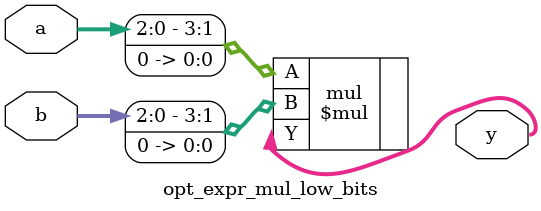
<source format=v>
module opt_expr_mul_low_bits(input [2:0] a, input [2:0] b, output [7:0] y);
    \$mul #(.A_SIGNED(0), .B_SIGNED(0), .A_WIDTH(4), .B_WIDTH(4), .Y_WIDTH(8)) mul (.A({a, 1'b0}), .B({b, 1'b0}), .Y(y));
endmodule

</source>
